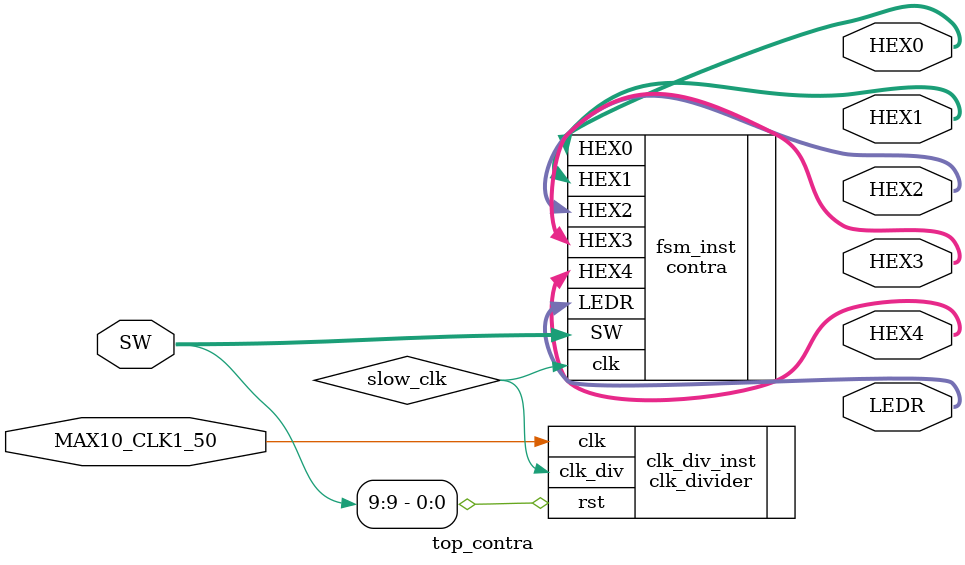
<source format=v>
module top_contra (
    input MAX10_CLK1_50,
    input [9:0] SW,
    output [6:0] HEX0, HEX1, HEX2, HEX3, HEX4,
    output [9:0] LEDR
);

    wire slow_clk;

    clk_divider #(.FREQ(50000000)) clk_div_inst (
        .clk(MAX10_CLK1_50),
        .rst(SW[9]),                     
        .clk_div(slow_clk)
    );

    contra fsm_inst (
        .clk(slow_clk),
        .SW(SW),
        .HEX0(HEX0),
        .HEX1(HEX1),
        .HEX2(HEX2),
        .HEX3(HEX3),
        .HEX4(HEX4),
        .LEDR(LEDR)                       // Conecta directamente los 10 LEDs
    );

endmodule

</source>
